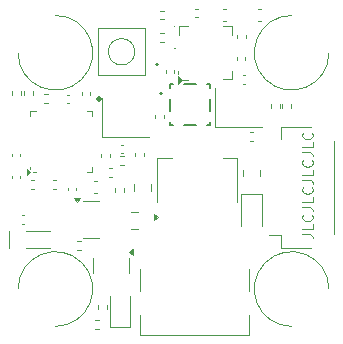
<source format=gbr>
%TF.GenerationSoftware,KiCad,Pcbnew,8.0.3-8.0.3-0~ubuntu24.04.1*%
%TF.CreationDate,2024-07-13T12:59:09+02:00*%
%TF.ProjectId,erace-rx-v2,65726163-652d-4727-982d-76322e6b6963,rev?*%
%TF.SameCoordinates,Original*%
%TF.FileFunction,Legend,Top*%
%TF.FilePolarity,Positive*%
%FSLAX46Y46*%
G04 Gerber Fmt 4.6, Leading zero omitted, Abs format (unit mm)*
G04 Created by KiCad (PCBNEW 8.0.3-8.0.3-0~ubuntu24.04.1) date 2024-07-13 12:59:09*
%MOMM*%
%LPD*%
G01*
G04 APERTURE LIST*
%ADD10C,0.100000*%
%ADD11C,0.120000*%
%ADD12C,0.150000*%
%ADD13C,0.273607*%
%ADD14C,0.152400*%
G04 APERTURE END LIST*
D10*
X73000000Y-76162277D02*
G75*
G02*
X76162277Y-73000000I0J3162277D01*
G01*
X53000000Y-49837723D02*
G75*
G02*
X49837723Y-53000000I0J-3162277D01*
G01*
X49837723Y-73000000D02*
G75*
G02*
X53000000Y-76162277I3162277J0D01*
G01*
X76162277Y-53000000D02*
G75*
G02*
X73000000Y-49837723I-3162277J0D01*
G01*
X73884657Y-68372782D02*
X74527514Y-68372782D01*
X74527514Y-68372782D02*
X74656085Y-68415639D01*
X74656085Y-68415639D02*
X74741800Y-68501353D01*
X74741800Y-68501353D02*
X74784657Y-68629925D01*
X74784657Y-68629925D02*
X74784657Y-68715639D01*
X74784657Y-67515639D02*
X74784657Y-67944211D01*
X74784657Y-67944211D02*
X73884657Y-67944211D01*
X74698942Y-66701354D02*
X74741800Y-66744211D01*
X74741800Y-66744211D02*
X74784657Y-66872783D01*
X74784657Y-66872783D02*
X74784657Y-66958497D01*
X74784657Y-66958497D02*
X74741800Y-67087068D01*
X74741800Y-67087068D02*
X74656085Y-67172783D01*
X74656085Y-67172783D02*
X74570371Y-67215640D01*
X74570371Y-67215640D02*
X74398942Y-67258497D01*
X74398942Y-67258497D02*
X74270371Y-67258497D01*
X74270371Y-67258497D02*
X74098942Y-67215640D01*
X74098942Y-67215640D02*
X74013228Y-67172783D01*
X74013228Y-67172783D02*
X73927514Y-67087068D01*
X73927514Y-67087068D02*
X73884657Y-66958497D01*
X73884657Y-66958497D02*
X73884657Y-66872783D01*
X73884657Y-66872783D02*
X73927514Y-66744211D01*
X73927514Y-66744211D02*
X73970371Y-66701354D01*
X73884657Y-66058497D02*
X74527514Y-66058497D01*
X74527514Y-66058497D02*
X74656085Y-66101354D01*
X74656085Y-66101354D02*
X74741800Y-66187068D01*
X74741800Y-66187068D02*
X74784657Y-66315640D01*
X74784657Y-66315640D02*
X74784657Y-66401354D01*
X74784657Y-65201354D02*
X74784657Y-65629926D01*
X74784657Y-65629926D02*
X73884657Y-65629926D01*
X74698942Y-64387069D02*
X74741800Y-64429926D01*
X74741800Y-64429926D02*
X74784657Y-64558498D01*
X74784657Y-64558498D02*
X74784657Y-64644212D01*
X74784657Y-64644212D02*
X74741800Y-64772783D01*
X74741800Y-64772783D02*
X74656085Y-64858498D01*
X74656085Y-64858498D02*
X74570371Y-64901355D01*
X74570371Y-64901355D02*
X74398942Y-64944212D01*
X74398942Y-64944212D02*
X74270371Y-64944212D01*
X74270371Y-64944212D02*
X74098942Y-64901355D01*
X74098942Y-64901355D02*
X74013228Y-64858498D01*
X74013228Y-64858498D02*
X73927514Y-64772783D01*
X73927514Y-64772783D02*
X73884657Y-64644212D01*
X73884657Y-64644212D02*
X73884657Y-64558498D01*
X73884657Y-64558498D02*
X73927514Y-64429926D01*
X73927514Y-64429926D02*
X73970371Y-64387069D01*
X73884657Y-63744212D02*
X74527514Y-63744212D01*
X74527514Y-63744212D02*
X74656085Y-63787069D01*
X74656085Y-63787069D02*
X74741800Y-63872783D01*
X74741800Y-63872783D02*
X74784657Y-64001355D01*
X74784657Y-64001355D02*
X74784657Y-64087069D01*
X74784657Y-62887069D02*
X74784657Y-63315641D01*
X74784657Y-63315641D02*
X73884657Y-63315641D01*
X74698942Y-62072784D02*
X74741800Y-62115641D01*
X74741800Y-62115641D02*
X74784657Y-62244213D01*
X74784657Y-62244213D02*
X74784657Y-62329927D01*
X74784657Y-62329927D02*
X74741800Y-62458498D01*
X74741800Y-62458498D02*
X74656085Y-62544213D01*
X74656085Y-62544213D02*
X74570371Y-62587070D01*
X74570371Y-62587070D02*
X74398942Y-62629927D01*
X74398942Y-62629927D02*
X74270371Y-62629927D01*
X74270371Y-62629927D02*
X74098942Y-62587070D01*
X74098942Y-62587070D02*
X74013228Y-62544213D01*
X74013228Y-62544213D02*
X73927514Y-62458498D01*
X73927514Y-62458498D02*
X73884657Y-62329927D01*
X73884657Y-62329927D02*
X73884657Y-62244213D01*
X73884657Y-62244213D02*
X73927514Y-62115641D01*
X73927514Y-62115641D02*
X73970371Y-62072784D01*
X73884657Y-61429927D02*
X74527514Y-61429927D01*
X74527514Y-61429927D02*
X74656085Y-61472784D01*
X74656085Y-61472784D02*
X74741800Y-61558498D01*
X74741800Y-61558498D02*
X74784657Y-61687070D01*
X74784657Y-61687070D02*
X74784657Y-61772784D01*
X74784657Y-60572784D02*
X74784657Y-61001356D01*
X74784657Y-61001356D02*
X73884657Y-61001356D01*
X74698942Y-59758499D02*
X74741800Y-59801356D01*
X74741800Y-59801356D02*
X74784657Y-59929928D01*
X74784657Y-59929928D02*
X74784657Y-60015642D01*
X74784657Y-60015642D02*
X74741800Y-60144213D01*
X74741800Y-60144213D02*
X74656085Y-60229928D01*
X74656085Y-60229928D02*
X74570371Y-60272785D01*
X74570371Y-60272785D02*
X74398942Y-60315642D01*
X74398942Y-60315642D02*
X74270371Y-60315642D01*
X74270371Y-60315642D02*
X74098942Y-60272785D01*
X74098942Y-60272785D02*
X74013228Y-60229928D01*
X74013228Y-60229928D02*
X73927514Y-60144213D01*
X73927514Y-60144213D02*
X73884657Y-60015642D01*
X73884657Y-60015642D02*
X73884657Y-59929928D01*
X73884657Y-59929928D02*
X73927514Y-59801356D01*
X73927514Y-59801356D02*
X73970371Y-59758499D01*
D11*
%TO.C,C21*%
X50357836Y-67460000D02*
X50142164Y-67460000D01*
X50357836Y-66740000D02*
X50142164Y-66740000D01*
%TO.C,C19*%
X50932164Y-63790000D02*
X51147836Y-63790000D01*
X50932164Y-64510000D02*
X51147836Y-64510000D01*
%TO.C,Y2*%
X66500000Y-55950000D02*
X66500000Y-59250000D01*
X66500000Y-59250000D02*
X70500000Y-59250000D01*
%TO.C,C15*%
X70139420Y-49290000D02*
X70420580Y-49290000D01*
X70139420Y-50310000D02*
X70420580Y-50310000D01*
%TO.C,C11*%
X54040000Y-64627836D02*
X54040000Y-64412164D01*
X54760000Y-64627836D02*
X54760000Y-64412164D01*
%TO.C,R2*%
X58803641Y-61770000D02*
X58496359Y-61770000D01*
X58803641Y-62530000D02*
X58496359Y-62530000D01*
%TO.C,C13*%
X65037836Y-49250000D02*
X64822164Y-49250000D01*
X65037836Y-49970000D02*
X64822164Y-49970000D01*
%TO.C,C1*%
X57542164Y-62790000D02*
X57757836Y-62790000D01*
X57542164Y-63510000D02*
X57757836Y-63510000D01*
%TO.C,J2*%
X60190000Y-71265000D02*
X60190000Y-73185000D01*
X60190000Y-76900000D02*
X60190000Y-75195000D01*
X69350000Y-73185000D02*
X69350000Y-71265000D01*
X69350000Y-75195000D02*
X69350000Y-76900000D01*
X69350000Y-76900000D02*
X60190000Y-76900000D01*
%TO.C,C2*%
X56890000Y-61797836D02*
X56890000Y-61582164D01*
X57610000Y-61797836D02*
X57610000Y-61582164D01*
%TO.C,FL1*%
D12*
X61675000Y-54000000D02*
G75*
G02*
X61525000Y-54000000I-75000J0D01*
G01*
X61525000Y-54000000D02*
G75*
G02*
X61675000Y-54000000I75000J0D01*
G01*
D11*
%TO.C,R13*%
X56653641Y-75620000D02*
X56346359Y-75620000D01*
X56653641Y-76380000D02*
X56346359Y-76380000D01*
%TO.C,R6*%
X52046359Y-56520000D02*
X52353641Y-56520000D01*
X52046359Y-57280000D02*
X52353641Y-57280000D01*
%TO.C,R9*%
X54856359Y-68970000D02*
X55163641Y-68970000D01*
X54856359Y-69730000D02*
X55163641Y-69730000D01*
%TO.C,R3*%
X59720000Y-61753641D02*
X59720000Y-61446359D01*
X60480000Y-61753641D02*
X60480000Y-61446359D01*
%TO.C,R10*%
X56620000Y-74346359D02*
X56620000Y-74653641D01*
X57380000Y-74346359D02*
X57380000Y-74653641D01*
%TO.C,C8*%
X58542164Y-60790000D02*
X58757836Y-60790000D01*
X58542164Y-61510000D02*
X58757836Y-61510000D01*
%TO.C,J1*%
X72115000Y-59290000D02*
X72115000Y-60340000D01*
X72115000Y-68460000D02*
X71125000Y-68460000D01*
X72115000Y-69510000D02*
X72115000Y-68460000D01*
X74615000Y-59290000D02*
X72115000Y-59290000D01*
X74615000Y-69510000D02*
X72115000Y-69510000D01*
X76585000Y-68340000D02*
X76585000Y-60460000D01*
%TO.C,C10*%
X52792164Y-63790000D02*
X53007836Y-63790000D01*
X52792164Y-64510000D02*
X53007836Y-64510000D01*
%TO.C,C4*%
X53942164Y-56540000D02*
X54157836Y-56540000D01*
X53942164Y-57260000D02*
X54157836Y-57260000D01*
%TO.C,R11*%
X62153641Y-51320000D02*
X61846359Y-51320000D01*
X62153641Y-52080000D02*
X61846359Y-52080000D01*
D10*
%TO.C,D3*%
X63140000Y-50750000D02*
G75*
G02*
X63040000Y-50750000I-50000J0D01*
G01*
X63040000Y-50750000D02*
G75*
G02*
X63140000Y-50750000I50000J0D01*
G01*
D11*
%TO.C,R4*%
X62153641Y-49420000D02*
X61846359Y-49420000D01*
X62153641Y-50180000D02*
X61846359Y-50180000D01*
%TO.C,Q2*%
X56000000Y-65577500D02*
X55350000Y-65577500D01*
X56000000Y-65577500D02*
X56650000Y-65577500D01*
X56000000Y-68697500D02*
X55350000Y-68697500D01*
X56000000Y-68697500D02*
X56650000Y-68697500D01*
X54837500Y-65627500D02*
X54597500Y-65297500D01*
X55077500Y-65297500D01*
X54837500Y-65627500D01*
G36*
X54837500Y-65627500D02*
G01*
X54597500Y-65297500D01*
X55077500Y-65297500D01*
X54837500Y-65627500D01*
G37*
%TO.C,L5*%
X67482779Y-49270000D02*
X67157221Y-49270000D01*
X67482779Y-50290000D02*
X67157221Y-50290000D01*
%TO.C,R8*%
X71220000Y-57346359D02*
X71220000Y-57653641D01*
X71980000Y-57346359D02*
X71980000Y-57653641D01*
%TO.C,U1*%
X50890000Y-57890000D02*
X51365000Y-57890000D01*
X50890000Y-58365000D02*
X50890000Y-57890000D01*
X50890000Y-62635000D02*
X50890000Y-62810000D01*
X51365000Y-63110000D02*
X51130000Y-63110000D01*
X56110000Y-57890000D02*
X55635000Y-57890000D01*
X56110000Y-58365000D02*
X56110000Y-57890000D01*
X56110000Y-62635000D02*
X56110000Y-63110000D01*
X56110000Y-63110000D02*
X55635000Y-63110000D01*
X50890000Y-63110000D02*
X50560000Y-63350000D01*
X50560000Y-62870000D01*
X50890000Y-63110000D01*
G36*
X50890000Y-63110000D02*
G01*
X50560000Y-63350000D01*
X50560000Y-62870000D01*
X50890000Y-63110000D01*
G37*
%TO.C,C20*%
X68865000Y-63461252D02*
X68865000Y-62938748D01*
X70335000Y-63461252D02*
X70335000Y-62938748D01*
%TO.C,C26*%
X59665000Y-64138748D02*
X59665000Y-64661252D01*
X61135000Y-64138748D02*
X61135000Y-64661252D01*
%TO.C,U2*%
X61590000Y-61890000D02*
X62850000Y-61890000D01*
X61590000Y-65650000D02*
X61590000Y-61890000D01*
X68410000Y-61890000D02*
X67150000Y-61890000D01*
X68410000Y-65650000D02*
X68410000Y-61890000D01*
X61690000Y-66930000D02*
X61360000Y-67170000D01*
X61360000Y-66690000D01*
X61690000Y-66930000D01*
G36*
X61690000Y-66930000D02*
G01*
X61360000Y-67170000D01*
X61360000Y-66690000D01*
X61690000Y-66930000D01*
G37*
%TO.C,C7*%
X61440000Y-58292164D02*
X61440000Y-58507836D01*
X62160000Y-58292164D02*
X62160000Y-58507836D01*
D10*
%TO.C,AE1*%
X50550000Y-69550000D02*
X52550000Y-69550000D01*
X49050000Y-68050000D02*
X49050000Y-69550000D01*
X50550000Y-68050000D02*
X52550000Y-68050000D01*
%TO.C,BN1*%
X56600000Y-54913197D02*
X60600000Y-54913197D01*
X60600000Y-50913197D01*
X56600000Y-50913197D01*
X56600000Y-54913197D01*
D13*
X56836803Y-56913197D02*
G75*
G02*
X56563197Y-56913197I-136803J0D01*
G01*
X56563197Y-56913197D02*
G75*
G02*
X56836803Y-56913197I136803J0D01*
G01*
D10*
X59718034Y-52913197D02*
G75*
G02*
X57481966Y-52913197I-1118034J0D01*
G01*
X57481966Y-52913197D02*
G75*
G02*
X59718034Y-52913197I1118034J0D01*
G01*
D14*
%TO.C,AE2*%
X62672800Y-55672800D02*
X62672800Y-55962166D01*
X62672800Y-56907836D02*
X62672800Y-57892164D01*
X62672800Y-58837834D02*
X62672800Y-59127200D01*
X62672800Y-59127200D02*
X62963613Y-59127200D01*
X62963613Y-55672800D02*
X62672800Y-55672800D01*
X63905987Y-59127200D02*
X64894013Y-59127200D01*
X64894013Y-55672800D02*
X63905987Y-55672800D01*
X65836387Y-59127200D02*
X66127200Y-59127200D01*
X66127200Y-55672800D02*
X65836387Y-55672800D01*
X66127200Y-55962166D02*
X66127200Y-55672800D01*
X66127200Y-57892164D02*
X66127200Y-56907836D01*
X66127200Y-59127200D02*
X66127200Y-58837834D01*
X62012600Y-56435000D02*
G75*
G02*
X61860200Y-56435000I-76200J0D01*
G01*
X61860200Y-56435000D02*
G75*
G02*
X62012600Y-56435000I76200J0D01*
G01*
D11*
%TO.C,R12*%
X72220000Y-57346359D02*
X72220000Y-57653641D01*
X72980000Y-57346359D02*
X72980000Y-57653641D01*
%TO.C,R5*%
X50320000Y-56246359D02*
X50320000Y-56553641D01*
X51080000Y-56246359D02*
X51080000Y-56553641D01*
%TO.C,C5*%
X49290000Y-61542164D02*
X49290000Y-61757836D01*
X50010000Y-61542164D02*
X50010000Y-61757836D01*
%TO.C,C12*%
X68340000Y-53392164D02*
X68340000Y-53607836D01*
X69060000Y-53392164D02*
X69060000Y-53607836D01*
%TO.C,C3*%
X55240000Y-56342164D02*
X55240000Y-56557836D01*
X55960000Y-56342164D02*
X55960000Y-56557836D01*
%TO.C,D2*%
X68750000Y-64990000D02*
X68750000Y-67650000D01*
X70450000Y-64990000D02*
X68750000Y-64990000D01*
X70450000Y-64990000D02*
X70450000Y-67650000D01*
%TO.C,C16*%
X68410000Y-51707836D02*
X68410000Y-51492164D01*
X69130000Y-51707836D02*
X69130000Y-51492164D01*
%TO.C,C18*%
X69067836Y-54920000D02*
X68852164Y-54920000D01*
X69067836Y-55640000D02*
X68852164Y-55640000D01*
%TO.C,C6*%
X49290000Y-63607836D02*
X49290000Y-63392164D01*
X50010000Y-63607836D02*
X50010000Y-63392164D01*
D10*
%TO.C,D1*%
X63140000Y-52650000D02*
G75*
G02*
X63040000Y-52650000I-50000J0D01*
G01*
X63040000Y-52650000D02*
G75*
G02*
X63140000Y-52650000I50000J0D01*
G01*
D11*
%TO.C,Q1*%
X56140000Y-71000000D02*
X56140000Y-70350000D01*
X56140000Y-71000000D02*
X56140000Y-71650000D01*
X59260000Y-71000000D02*
X59260000Y-70350000D01*
X59260000Y-71000000D02*
X59260000Y-71650000D01*
X59540000Y-70077500D02*
X59210000Y-69837500D01*
X59540000Y-69597500D01*
X59540000Y-70077500D01*
G36*
X59540000Y-70077500D02*
G01*
X59210000Y-69837500D01*
X59540000Y-69597500D01*
X59540000Y-70077500D01*
G37*
%TO.C,R7*%
X49320000Y-56553641D02*
X49320000Y-56246359D01*
X50080000Y-56553641D02*
X50080000Y-56246359D01*
%TO.C,C9*%
X56259420Y-63890000D02*
X56540580Y-63890000D01*
X56259420Y-64910000D02*
X56540580Y-64910000D01*
D10*
%TO.C,RF1*%
X63400000Y-54500000D02*
X63400000Y-54800000D01*
X63450000Y-50750000D02*
X64200000Y-50750000D01*
X63450000Y-51500000D02*
X63450000Y-50750000D01*
X63700000Y-55300000D02*
X64200000Y-55300000D01*
X67200000Y-50750000D02*
X67950000Y-50750000D01*
X67950000Y-50750000D02*
X67950000Y-51500000D01*
X67950000Y-54500000D02*
X67950000Y-55250000D01*
X67950000Y-55250000D02*
X67200000Y-55250000D01*
X63700000Y-55300000D02*
X63400000Y-55600000D01*
X63400000Y-55000000D01*
X63700000Y-55300000D01*
G36*
X63700000Y-55300000D02*
G01*
X63400000Y-55600000D01*
X63400000Y-55000000D01*
X63700000Y-55300000D01*
G37*
D11*
%TO.C,Y1*%
X56950000Y-56850000D02*
X56950000Y-60150000D01*
X56950000Y-60150000D02*
X60950000Y-60150000D01*
%TO.C,C14*%
X62340000Y-54492164D02*
X62340000Y-54707836D01*
X63060000Y-54492164D02*
X63060000Y-54707836D01*
%TO.C,C17*%
X69492164Y-59720000D02*
X69707836Y-59720000D01*
X69492164Y-60440000D02*
X69707836Y-60440000D01*
%TO.C,D4*%
X57650000Y-76210000D02*
X57650000Y-73550000D01*
X57650000Y-76210000D02*
X59350000Y-76210000D01*
X59350000Y-76210000D02*
X59350000Y-73550000D01*
%TO.C,C27*%
X59438748Y-66465000D02*
X59961252Y-66465000D01*
X59438748Y-67935000D02*
X59961252Y-67935000D01*
%TO.C,R1*%
X58020000Y-64436359D02*
X58020000Y-64743641D01*
X58780000Y-64436359D02*
X58780000Y-64743641D01*
%TD*%
M02*

</source>
